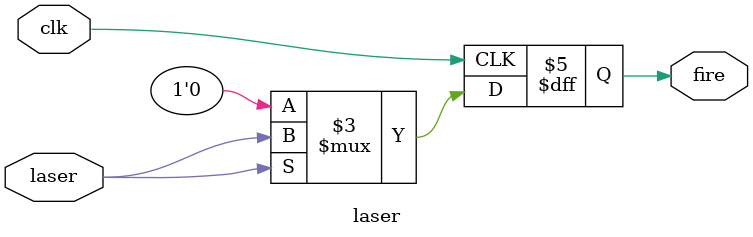
<source format=v>
`timescale 1ns / 1ps
module laser(clk, laser, fire
    );
input clk, laser;
output reg fire;

always@(posedge clk)begin
case(laser)
1:fire=laser;
default fire = 0;
endcase
end

endmodule

</source>
